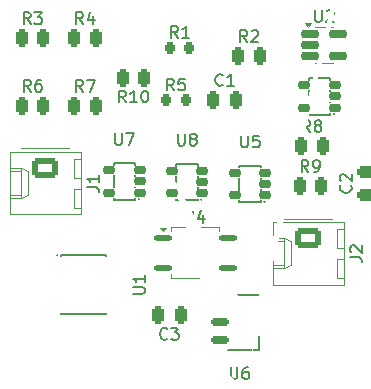
<source format=gbr>
%TF.GenerationSoftware,KiCad,Pcbnew,9.0.1*%
%TF.CreationDate,2025-04-28T22:47:37+02:00*%
%TF.ProjectId,SCS IMD-AMD-indicator,53435320-494d-4442-9d41-4d442d696e64,rev?*%
%TF.SameCoordinates,Original*%
%TF.FileFunction,Legend,Top*%
%TF.FilePolarity,Positive*%
%FSLAX46Y46*%
G04 Gerber Fmt 4.6, Leading zero omitted, Abs format (unit mm)*
G04 Created by KiCad (PCBNEW 9.0.1) date 2025-04-28 22:47:37*
%MOMM*%
%LPD*%
G01*
G04 APERTURE LIST*
G04 Aperture macros list*
%AMRoundRect*
0 Rectangle with rounded corners*
0 $1 Rounding radius*
0 $2 $3 $4 $5 $6 $7 $8 $9 X,Y pos of 4 corners*
0 Add a 4 corners polygon primitive as box body*
4,1,4,$2,$3,$4,$5,$6,$7,$8,$9,$2,$3,0*
0 Add four circle primitives for the rounded corners*
1,1,$1+$1,$2,$3*
1,1,$1+$1,$4,$5*
1,1,$1+$1,$6,$7*
1,1,$1+$1,$8,$9*
0 Add four rect primitives between the rounded corners*
20,1,$1+$1,$2,$3,$4,$5,0*
20,1,$1+$1,$4,$5,$6,$7,0*
20,1,$1+$1,$6,$7,$8,$9,0*
20,1,$1+$1,$8,$9,$2,$3,0*%
%AMFreePoly0*
4,1,123,0.971755,0.948895,1.016180,0.945771,1.060427,0.940564,1.104369,0.933299,1.147930,0.923952,1.190983,0.912598,1.233477,0.899238,1.275286,0.883896,1.316332,0.866599,1.356541,0.847422,1.395784,0.826365,1.434011,0.803480,1.471120,0.778842,1.507036,0.752502,1.541656,0.724511,1.574956,0.694895,1.606807,0.663780,1.637186,0.631191,1.665989,0.597231,1.693167,0.561951,
1.718669,0.525425,1.742418,0.487757,1.764389,0.448997,1.784531,0.409271,1.802769,0.329972,2.700102,0.329972,2.700102,-0.330023,1.802769,-0.330023,1.784531,-0.409373,1.764389,-0.449098,1.742418,-0.487859,1.718669,-0.525527,1.693167,-0.562052,1.665989,-0.597333,1.637186,-0.631293,1.606807,-0.663881,1.574956,-0.694996,1.541656,-0.724613,1.507036,-0.752604,1.471120,-0.778943,
1.434011,-0.803581,1.395784,-0.826467,1.356541,-0.847523,1.316332,-0.866701,1.275286,-0.883998,1.233477,-0.899340,1.190983,-0.912700,1.147930,-0.924054,1.104369,-0.933401,1.060427,-0.940665,1.016180,-0.945872,0.971755,-0.948997,0.927229,-0.950064,-0.926975,-0.950064,-0.971501,-0.948997,-1.015926,-0.945872,-1.060173,-0.940665,-1.104115,-0.933401,-1.147676,-0.924054,-1.190729,-0.912700,
-1.233223,-0.899340,-1.275032,-0.883998,-1.316078,-0.866701,-1.356287,-0.847523,-1.395530,-0.826467,-1.433757,-0.803581,-1.470866,-0.778943,-1.506782,-0.752604,-1.541402,-0.724613,-1.574702,-0.694996,-1.606553,-0.663881,-1.636932,-0.631293,-1.665735,-0.597333,-1.692913,-0.562052,-1.718415,-0.525527,-1.742164,-0.487859,-1.764135,-0.449098,-1.784277,-0.409373,-1.802515,-0.368733,-1.818847,-0.327305,
-1.833198,-0.285141,-1.845568,-0.242342,-1.855906,-0.199009,-1.864211,-0.155271,-1.870460,-0.111151,-1.874625,-0.066802,-1.876708,-0.022327,-1.876708,0.022225,-1.874625,0.066701,-1.870460,0.111049,-1.864211,0.155169,-1.855906,0.198908,-1.845568,0.242240,-1.833198,0.285039,-1.818847,0.327203,-1.802515,0.368631,-1.784277,0.409271,-1.764135,0.448997,-1.742164,0.487757,-1.718415,0.525425,
-1.692913,0.561951,-1.665735,0.597231,-1.636932,0.631191,-1.606553,0.663780,-1.574702,0.694895,-1.541402,0.724511,-1.506782,0.752502,-1.470866,0.778842,-1.433757,0.803480,-1.395530,0.826365,-1.356287,0.847422,-1.316078,0.866599,-1.275032,0.883896,-1.233223,0.899238,-1.190729,0.912598,-1.147676,0.923952,-1.104115,0.933299,-1.060173,0.940564,-1.015926,0.945771,-0.971501,0.948895,
-0.926975,0.950000,0.927229,0.950000,0.971755,0.948895,0.971755,0.948895,$1*%
G04 Aperture macros list end*
%ADD10C,0.150000*%
%ADD11C,0.120000*%
%ADD12RoundRect,0.167500X0.622500X0.167500X-0.622500X0.167500X-0.622500X-0.167500X0.622500X-0.167500X0*%
%ADD13FreePoly0,180.000000*%
%ADD14C,0.500000*%
%ADD15RoundRect,0.269000X0.494000X-0.269000X0.494000X0.269000X-0.494000X0.269000X-0.494000X-0.269000X0*%
%ADD16RoundRect,0.150000X-0.400000X-0.150000X0.400000X-0.150000X0.400000X0.150000X-0.400000X0.150000X0*%
%ADD17RoundRect,0.267317X-0.280683X-0.470683X0.280683X-0.470683X0.280683X0.470683X-0.280683X0.470683X0*%
%ADD18RoundRect,0.269000X-0.269000X-0.494000X0.269000X-0.494000X0.269000X0.494000X-0.269000X0.494000X0*%
%ADD19RoundRect,0.137500X-0.587500X-0.137500X0.587500X-0.137500X0.587500X0.137500X-0.587500X0.137500X0*%
%ADD20RoundRect,0.150000X-0.650000X-0.150000X0.650000X-0.150000X0.650000X0.150000X-0.650000X0.150000X0*%
%ADD21O,1.950000X0.570000*%
%ADD22RoundRect,0.267317X0.280683X0.470683X-0.280683X0.470683X-0.280683X-0.470683X0.280683X-0.470683X0*%
%ADD23RoundRect,0.219000X-0.219000X-0.294000X0.219000X-0.294000X0.219000X0.294000X-0.219000X0.294000X0*%
%ADD24RoundRect,0.250000X-0.845000X0.620000X-0.845000X-0.620000X0.845000X-0.620000X0.845000X0.620000X0*%
%ADD25O,2.190000X1.740000*%
%ADD26RoundRect,0.269000X0.269000X0.494000X-0.269000X0.494000X-0.269000X-0.494000X0.269000X-0.494000X0*%
G04 APERTURE END LIST*
D10*
X42987495Y-50419219D02*
X42987495Y-51228742D01*
X42987495Y-51228742D02*
X43035114Y-51323980D01*
X43035114Y-51323980D02*
X43082733Y-51371600D01*
X43082733Y-51371600D02*
X43177971Y-51419219D01*
X43177971Y-51419219D02*
X43368447Y-51419219D01*
X43368447Y-51419219D02*
X43463685Y-51371600D01*
X43463685Y-51371600D02*
X43511304Y-51323980D01*
X43511304Y-51323980D02*
X43558923Y-51228742D01*
X43558923Y-51228742D02*
X43558923Y-50419219D01*
X44463685Y-50419219D02*
X44273209Y-50419219D01*
X44273209Y-50419219D02*
X44177971Y-50466838D01*
X44177971Y-50466838D02*
X44130352Y-50514457D01*
X44130352Y-50514457D02*
X44035114Y-50657314D01*
X44035114Y-50657314D02*
X43987495Y-50847790D01*
X43987495Y-50847790D02*
X43987495Y-51228742D01*
X43987495Y-51228742D02*
X44035114Y-51323980D01*
X44035114Y-51323980D02*
X44082733Y-51371600D01*
X44082733Y-51371600D02*
X44177971Y-51419219D01*
X44177971Y-51419219D02*
X44368447Y-51419219D01*
X44368447Y-51419219D02*
X44463685Y-51371600D01*
X44463685Y-51371600D02*
X44511304Y-51323980D01*
X44511304Y-51323980D02*
X44558923Y-51228742D01*
X44558923Y-51228742D02*
X44558923Y-50990647D01*
X44558923Y-50990647D02*
X44511304Y-50895409D01*
X44511304Y-50895409D02*
X44463685Y-50847790D01*
X44463685Y-50847790D02*
X44368447Y-50800171D01*
X44368447Y-50800171D02*
X44177971Y-50800171D01*
X44177971Y-50800171D02*
X44082733Y-50847790D01*
X44082733Y-50847790D02*
X44035114Y-50895409D01*
X44035114Y-50895409D02*
X43987495Y-50990647D01*
X53137180Y-35030666D02*
X53184800Y-35078285D01*
X53184800Y-35078285D02*
X53232419Y-35221142D01*
X53232419Y-35221142D02*
X53232419Y-35316380D01*
X53232419Y-35316380D02*
X53184800Y-35459237D01*
X53184800Y-35459237D02*
X53089561Y-35554475D01*
X53089561Y-35554475D02*
X52994323Y-35602094D01*
X52994323Y-35602094D02*
X52803847Y-35649713D01*
X52803847Y-35649713D02*
X52660990Y-35649713D01*
X52660990Y-35649713D02*
X52470514Y-35602094D01*
X52470514Y-35602094D02*
X52375276Y-35554475D01*
X52375276Y-35554475D02*
X52280038Y-35459237D01*
X52280038Y-35459237D02*
X52232419Y-35316380D01*
X52232419Y-35316380D02*
X52232419Y-35221142D01*
X52232419Y-35221142D02*
X52280038Y-35078285D01*
X52280038Y-35078285D02*
X52327657Y-35030666D01*
X52327657Y-34649713D02*
X52280038Y-34602094D01*
X52280038Y-34602094D02*
X52232419Y-34506856D01*
X52232419Y-34506856D02*
X52232419Y-34268761D01*
X52232419Y-34268761D02*
X52280038Y-34173523D01*
X52280038Y-34173523D02*
X52327657Y-34125904D01*
X52327657Y-34125904D02*
X52422895Y-34078285D01*
X52422895Y-34078285D02*
X52518133Y-34078285D01*
X52518133Y-34078285D02*
X52660990Y-34125904D01*
X52660990Y-34125904D02*
X53232419Y-34697332D01*
X53232419Y-34697332D02*
X53232419Y-34078285D01*
X33214095Y-30601219D02*
X33214095Y-31410742D01*
X33214095Y-31410742D02*
X33261714Y-31505980D01*
X33261714Y-31505980D02*
X33309333Y-31553600D01*
X33309333Y-31553600D02*
X33404571Y-31601219D01*
X33404571Y-31601219D02*
X33595047Y-31601219D01*
X33595047Y-31601219D02*
X33690285Y-31553600D01*
X33690285Y-31553600D02*
X33737904Y-31505980D01*
X33737904Y-31505980D02*
X33785523Y-31410742D01*
X33785523Y-31410742D02*
X33785523Y-30601219D01*
X34166476Y-30601219D02*
X34833142Y-30601219D01*
X34833142Y-30601219D02*
X34404571Y-31601219D01*
X26046133Y-21385419D02*
X25712800Y-20909228D01*
X25474705Y-21385419D02*
X25474705Y-20385419D01*
X25474705Y-20385419D02*
X25855657Y-20385419D01*
X25855657Y-20385419D02*
X25950895Y-20433038D01*
X25950895Y-20433038D02*
X25998514Y-20480657D01*
X25998514Y-20480657D02*
X26046133Y-20575895D01*
X26046133Y-20575895D02*
X26046133Y-20718752D01*
X26046133Y-20718752D02*
X25998514Y-20813990D01*
X25998514Y-20813990D02*
X25950895Y-20861609D01*
X25950895Y-20861609D02*
X25855657Y-20909228D01*
X25855657Y-20909228D02*
X25474705Y-20909228D01*
X26379467Y-20385419D02*
X26998514Y-20385419D01*
X26998514Y-20385419D02*
X26665181Y-20766371D01*
X26665181Y-20766371D02*
X26808038Y-20766371D01*
X26808038Y-20766371D02*
X26903276Y-20813990D01*
X26903276Y-20813990D02*
X26950895Y-20861609D01*
X26950895Y-20861609D02*
X26998514Y-20956847D01*
X26998514Y-20956847D02*
X26998514Y-21194942D01*
X26998514Y-21194942D02*
X26950895Y-21290180D01*
X26950895Y-21290180D02*
X26903276Y-21337800D01*
X26903276Y-21337800D02*
X26808038Y-21385419D01*
X26808038Y-21385419D02*
X26522324Y-21385419D01*
X26522324Y-21385419D02*
X26427086Y-21337800D01*
X26427086Y-21337800D02*
X26379467Y-21290180D01*
X44379733Y-22884019D02*
X44046400Y-22407828D01*
X43808305Y-22884019D02*
X43808305Y-21884019D01*
X43808305Y-21884019D02*
X44189257Y-21884019D01*
X44189257Y-21884019D02*
X44284495Y-21931638D01*
X44284495Y-21931638D02*
X44332114Y-21979257D01*
X44332114Y-21979257D02*
X44379733Y-22074495D01*
X44379733Y-22074495D02*
X44379733Y-22217352D01*
X44379733Y-22217352D02*
X44332114Y-22312590D01*
X44332114Y-22312590D02*
X44284495Y-22360209D01*
X44284495Y-22360209D02*
X44189257Y-22407828D01*
X44189257Y-22407828D02*
X43808305Y-22407828D01*
X44760686Y-21979257D02*
X44808305Y-21931638D01*
X44808305Y-21931638D02*
X44903543Y-21884019D01*
X44903543Y-21884019D02*
X45141638Y-21884019D01*
X45141638Y-21884019D02*
X45236876Y-21931638D01*
X45236876Y-21931638D02*
X45284495Y-21979257D01*
X45284495Y-21979257D02*
X45332114Y-22074495D01*
X45332114Y-22074495D02*
X45332114Y-22169733D01*
X45332114Y-22169733D02*
X45284495Y-22312590D01*
X45284495Y-22312590D02*
X44713067Y-22884019D01*
X44713067Y-22884019D02*
X45332114Y-22884019D01*
X42317333Y-26517980D02*
X42269714Y-26565600D01*
X42269714Y-26565600D02*
X42126857Y-26613219D01*
X42126857Y-26613219D02*
X42031619Y-26613219D01*
X42031619Y-26613219D02*
X41888762Y-26565600D01*
X41888762Y-26565600D02*
X41793524Y-26470361D01*
X41793524Y-26470361D02*
X41745905Y-26375123D01*
X41745905Y-26375123D02*
X41698286Y-26184647D01*
X41698286Y-26184647D02*
X41698286Y-26041790D01*
X41698286Y-26041790D02*
X41745905Y-25851314D01*
X41745905Y-25851314D02*
X41793524Y-25756076D01*
X41793524Y-25756076D02*
X41888762Y-25660838D01*
X41888762Y-25660838D02*
X42031619Y-25613219D01*
X42031619Y-25613219D02*
X42126857Y-25613219D01*
X42126857Y-25613219D02*
X42269714Y-25660838D01*
X42269714Y-25660838D02*
X42317333Y-25708457D01*
X43269714Y-26613219D02*
X42698286Y-26613219D01*
X42984000Y-26613219D02*
X42984000Y-25613219D01*
X42984000Y-25613219D02*
X42888762Y-25756076D01*
X42888762Y-25756076D02*
X42793524Y-25851314D01*
X42793524Y-25851314D02*
X42698286Y-25898933D01*
X39210895Y-37196419D02*
X39210895Y-38005942D01*
X39210895Y-38005942D02*
X39258514Y-38101180D01*
X39258514Y-38101180D02*
X39306133Y-38148800D01*
X39306133Y-38148800D02*
X39401371Y-38196419D01*
X39401371Y-38196419D02*
X39591847Y-38196419D01*
X39591847Y-38196419D02*
X39687085Y-38148800D01*
X39687085Y-38148800D02*
X39734704Y-38101180D01*
X39734704Y-38101180D02*
X39782323Y-38005942D01*
X39782323Y-38005942D02*
X39782323Y-37196419D01*
X40687085Y-37529752D02*
X40687085Y-38196419D01*
X40448990Y-37148800D02*
X40210895Y-37863085D01*
X40210895Y-37863085D02*
X40829942Y-37863085D01*
X43870495Y-30819619D02*
X43870495Y-31629142D01*
X43870495Y-31629142D02*
X43918114Y-31724380D01*
X43918114Y-31724380D02*
X43965733Y-31772000D01*
X43965733Y-31772000D02*
X44060971Y-31819619D01*
X44060971Y-31819619D02*
X44251447Y-31819619D01*
X44251447Y-31819619D02*
X44346685Y-31772000D01*
X44346685Y-31772000D02*
X44394304Y-31724380D01*
X44394304Y-31724380D02*
X44441923Y-31629142D01*
X44441923Y-31629142D02*
X44441923Y-30819619D01*
X45394304Y-30819619D02*
X44918114Y-30819619D01*
X44918114Y-30819619D02*
X44870495Y-31295809D01*
X44870495Y-31295809D02*
X44918114Y-31248190D01*
X44918114Y-31248190D02*
X45013352Y-31200571D01*
X45013352Y-31200571D02*
X45251447Y-31200571D01*
X45251447Y-31200571D02*
X45346685Y-31248190D01*
X45346685Y-31248190D02*
X45394304Y-31295809D01*
X45394304Y-31295809D02*
X45441923Y-31391047D01*
X45441923Y-31391047D02*
X45441923Y-31629142D01*
X45441923Y-31629142D02*
X45394304Y-31724380D01*
X45394304Y-31724380D02*
X45346685Y-31772000D01*
X45346685Y-31772000D02*
X45251447Y-31819619D01*
X45251447Y-31819619D02*
X45013352Y-31819619D01*
X45013352Y-31819619D02*
X44918114Y-31772000D01*
X44918114Y-31772000D02*
X44870495Y-31724380D01*
X50129095Y-20207819D02*
X50129095Y-21017342D01*
X50129095Y-21017342D02*
X50176714Y-21112580D01*
X50176714Y-21112580D02*
X50224333Y-21160200D01*
X50224333Y-21160200D02*
X50319571Y-21207819D01*
X50319571Y-21207819D02*
X50510047Y-21207819D01*
X50510047Y-21207819D02*
X50605285Y-21160200D01*
X50605285Y-21160200D02*
X50652904Y-21112580D01*
X50652904Y-21112580D02*
X50700523Y-21017342D01*
X50700523Y-21017342D02*
X50700523Y-20207819D01*
X51129095Y-20303057D02*
X51176714Y-20255438D01*
X51176714Y-20255438D02*
X51271952Y-20207819D01*
X51271952Y-20207819D02*
X51510047Y-20207819D01*
X51510047Y-20207819D02*
X51605285Y-20255438D01*
X51605285Y-20255438D02*
X51652904Y-20303057D01*
X51652904Y-20303057D02*
X51700523Y-20398295D01*
X51700523Y-20398295D02*
X51700523Y-20493533D01*
X51700523Y-20493533D02*
X51652904Y-20636390D01*
X51652904Y-20636390D02*
X51081476Y-21207819D01*
X51081476Y-21207819D02*
X51700523Y-21207819D01*
X34713219Y-44216304D02*
X35522742Y-44216304D01*
X35522742Y-44216304D02*
X35617980Y-44168685D01*
X35617980Y-44168685D02*
X35665600Y-44121066D01*
X35665600Y-44121066D02*
X35713219Y-44025828D01*
X35713219Y-44025828D02*
X35713219Y-43835352D01*
X35713219Y-43835352D02*
X35665600Y-43740114D01*
X35665600Y-43740114D02*
X35617980Y-43692495D01*
X35617980Y-43692495D02*
X35522742Y-43644876D01*
X35522742Y-43644876D02*
X34713219Y-43644876D01*
X35713219Y-42644876D02*
X35713219Y-43216304D01*
X35713219Y-42930590D02*
X34713219Y-42930590D01*
X34713219Y-42930590D02*
X34856076Y-43025828D01*
X34856076Y-43025828D02*
X34951314Y-43121066D01*
X34951314Y-43121066D02*
X34998933Y-43216304D01*
X38527295Y-30667219D02*
X38527295Y-31476742D01*
X38527295Y-31476742D02*
X38574914Y-31571980D01*
X38574914Y-31571980D02*
X38622533Y-31619600D01*
X38622533Y-31619600D02*
X38717771Y-31667219D01*
X38717771Y-31667219D02*
X38908247Y-31667219D01*
X38908247Y-31667219D02*
X39003485Y-31619600D01*
X39003485Y-31619600D02*
X39051104Y-31571980D01*
X39051104Y-31571980D02*
X39098723Y-31476742D01*
X39098723Y-31476742D02*
X39098723Y-30667219D01*
X39717771Y-31095790D02*
X39622533Y-31048171D01*
X39622533Y-31048171D02*
X39574914Y-31000552D01*
X39574914Y-31000552D02*
X39527295Y-30905314D01*
X39527295Y-30905314D02*
X39527295Y-30857695D01*
X39527295Y-30857695D02*
X39574914Y-30762457D01*
X39574914Y-30762457D02*
X39622533Y-30714838D01*
X39622533Y-30714838D02*
X39717771Y-30667219D01*
X39717771Y-30667219D02*
X39908247Y-30667219D01*
X39908247Y-30667219D02*
X40003485Y-30714838D01*
X40003485Y-30714838D02*
X40051104Y-30762457D01*
X40051104Y-30762457D02*
X40098723Y-30857695D01*
X40098723Y-30857695D02*
X40098723Y-30905314D01*
X40098723Y-30905314D02*
X40051104Y-31000552D01*
X40051104Y-31000552D02*
X40003485Y-31048171D01*
X40003485Y-31048171D02*
X39908247Y-31095790D01*
X39908247Y-31095790D02*
X39717771Y-31095790D01*
X39717771Y-31095790D02*
X39622533Y-31143409D01*
X39622533Y-31143409D02*
X39574914Y-31191028D01*
X39574914Y-31191028D02*
X39527295Y-31286266D01*
X39527295Y-31286266D02*
X39527295Y-31476742D01*
X39527295Y-31476742D02*
X39574914Y-31571980D01*
X39574914Y-31571980D02*
X39622533Y-31619600D01*
X39622533Y-31619600D02*
X39717771Y-31667219D01*
X39717771Y-31667219D02*
X39908247Y-31667219D01*
X39908247Y-31667219D02*
X40003485Y-31619600D01*
X40003485Y-31619600D02*
X40051104Y-31571980D01*
X40051104Y-31571980D02*
X40098723Y-31476742D01*
X40098723Y-31476742D02*
X40098723Y-31286266D01*
X40098723Y-31286266D02*
X40051104Y-31191028D01*
X40051104Y-31191028D02*
X40003485Y-31143409D01*
X40003485Y-31143409D02*
X39908247Y-31095790D01*
X34099942Y-28012819D02*
X33766609Y-27536628D01*
X33528514Y-28012819D02*
X33528514Y-27012819D01*
X33528514Y-27012819D02*
X33909466Y-27012819D01*
X33909466Y-27012819D02*
X34004704Y-27060438D01*
X34004704Y-27060438D02*
X34052323Y-27108057D01*
X34052323Y-27108057D02*
X34099942Y-27203295D01*
X34099942Y-27203295D02*
X34099942Y-27346152D01*
X34099942Y-27346152D02*
X34052323Y-27441390D01*
X34052323Y-27441390D02*
X34004704Y-27489009D01*
X34004704Y-27489009D02*
X33909466Y-27536628D01*
X33909466Y-27536628D02*
X33528514Y-27536628D01*
X35052323Y-28012819D02*
X34480895Y-28012819D01*
X34766609Y-28012819D02*
X34766609Y-27012819D01*
X34766609Y-27012819D02*
X34671371Y-27155676D01*
X34671371Y-27155676D02*
X34576133Y-27250914D01*
X34576133Y-27250914D02*
X34480895Y-27298533D01*
X35671371Y-27012819D02*
X35766609Y-27012819D01*
X35766609Y-27012819D02*
X35861847Y-27060438D01*
X35861847Y-27060438D02*
X35909466Y-27108057D01*
X35909466Y-27108057D02*
X35957085Y-27203295D01*
X35957085Y-27203295D02*
X36004704Y-27393771D01*
X36004704Y-27393771D02*
X36004704Y-27631866D01*
X36004704Y-27631866D02*
X35957085Y-27822342D01*
X35957085Y-27822342D02*
X35909466Y-27917580D01*
X35909466Y-27917580D02*
X35861847Y-27965200D01*
X35861847Y-27965200D02*
X35766609Y-28012819D01*
X35766609Y-28012819D02*
X35671371Y-28012819D01*
X35671371Y-28012819D02*
X35576133Y-27965200D01*
X35576133Y-27965200D02*
X35528514Y-27917580D01*
X35528514Y-27917580D02*
X35480895Y-27822342D01*
X35480895Y-27822342D02*
X35433276Y-27631866D01*
X35433276Y-27631866D02*
X35433276Y-27393771D01*
X35433276Y-27393771D02*
X35480895Y-27203295D01*
X35480895Y-27203295D02*
X35528514Y-27108057D01*
X35528514Y-27108057D02*
X35576133Y-27060438D01*
X35576133Y-27060438D02*
X35671371Y-27012819D01*
X30491133Y-27100419D02*
X30157800Y-26624228D01*
X29919705Y-27100419D02*
X29919705Y-26100419D01*
X29919705Y-26100419D02*
X30300657Y-26100419D01*
X30300657Y-26100419D02*
X30395895Y-26148038D01*
X30395895Y-26148038D02*
X30443514Y-26195657D01*
X30443514Y-26195657D02*
X30491133Y-26290895D01*
X30491133Y-26290895D02*
X30491133Y-26433752D01*
X30491133Y-26433752D02*
X30443514Y-26528990D01*
X30443514Y-26528990D02*
X30395895Y-26576609D01*
X30395895Y-26576609D02*
X30300657Y-26624228D01*
X30300657Y-26624228D02*
X29919705Y-26624228D01*
X30824467Y-26100419D02*
X31491133Y-26100419D01*
X31491133Y-26100419D02*
X31062562Y-27100419D01*
X49723333Y-30504019D02*
X49390000Y-30027828D01*
X49151905Y-30504019D02*
X49151905Y-29504019D01*
X49151905Y-29504019D02*
X49532857Y-29504019D01*
X49532857Y-29504019D02*
X49628095Y-29551638D01*
X49628095Y-29551638D02*
X49675714Y-29599257D01*
X49675714Y-29599257D02*
X49723333Y-29694495D01*
X49723333Y-29694495D02*
X49723333Y-29837352D01*
X49723333Y-29837352D02*
X49675714Y-29932590D01*
X49675714Y-29932590D02*
X49628095Y-29980209D01*
X49628095Y-29980209D02*
X49532857Y-30027828D01*
X49532857Y-30027828D02*
X49151905Y-30027828D01*
X50294762Y-29932590D02*
X50199524Y-29884971D01*
X50199524Y-29884971D02*
X50151905Y-29837352D01*
X50151905Y-29837352D02*
X50104286Y-29742114D01*
X50104286Y-29742114D02*
X50104286Y-29694495D01*
X50104286Y-29694495D02*
X50151905Y-29599257D01*
X50151905Y-29599257D02*
X50199524Y-29551638D01*
X50199524Y-29551638D02*
X50294762Y-29504019D01*
X50294762Y-29504019D02*
X50485238Y-29504019D01*
X50485238Y-29504019D02*
X50580476Y-29551638D01*
X50580476Y-29551638D02*
X50628095Y-29599257D01*
X50628095Y-29599257D02*
X50675714Y-29694495D01*
X50675714Y-29694495D02*
X50675714Y-29742114D01*
X50675714Y-29742114D02*
X50628095Y-29837352D01*
X50628095Y-29837352D02*
X50580476Y-29884971D01*
X50580476Y-29884971D02*
X50485238Y-29932590D01*
X50485238Y-29932590D02*
X50294762Y-29932590D01*
X50294762Y-29932590D02*
X50199524Y-29980209D01*
X50199524Y-29980209D02*
X50151905Y-30027828D01*
X50151905Y-30027828D02*
X50104286Y-30123066D01*
X50104286Y-30123066D02*
X50104286Y-30313542D01*
X50104286Y-30313542D02*
X50151905Y-30408780D01*
X50151905Y-30408780D02*
X50199524Y-30456400D01*
X50199524Y-30456400D02*
X50294762Y-30504019D01*
X50294762Y-30504019D02*
X50485238Y-30504019D01*
X50485238Y-30504019D02*
X50580476Y-30456400D01*
X50580476Y-30456400D02*
X50628095Y-30408780D01*
X50628095Y-30408780D02*
X50675714Y-30313542D01*
X50675714Y-30313542D02*
X50675714Y-30123066D01*
X50675714Y-30123066D02*
X50628095Y-30027828D01*
X50628095Y-30027828D02*
X50580476Y-29980209D01*
X50580476Y-29980209D02*
X50485238Y-29932590D01*
X38187333Y-26993219D02*
X37854000Y-26517028D01*
X37615905Y-26993219D02*
X37615905Y-25993219D01*
X37615905Y-25993219D02*
X37996857Y-25993219D01*
X37996857Y-25993219D02*
X38092095Y-26040838D01*
X38092095Y-26040838D02*
X38139714Y-26088457D01*
X38139714Y-26088457D02*
X38187333Y-26183695D01*
X38187333Y-26183695D02*
X38187333Y-26326552D01*
X38187333Y-26326552D02*
X38139714Y-26421790D01*
X38139714Y-26421790D02*
X38092095Y-26469409D01*
X38092095Y-26469409D02*
X37996857Y-26517028D01*
X37996857Y-26517028D02*
X37615905Y-26517028D01*
X39092095Y-25993219D02*
X38615905Y-25993219D01*
X38615905Y-25993219D02*
X38568286Y-26469409D01*
X38568286Y-26469409D02*
X38615905Y-26421790D01*
X38615905Y-26421790D02*
X38711143Y-26374171D01*
X38711143Y-26374171D02*
X38949238Y-26374171D01*
X38949238Y-26374171D02*
X39044476Y-26421790D01*
X39044476Y-26421790D02*
X39092095Y-26469409D01*
X39092095Y-26469409D02*
X39139714Y-26564647D01*
X39139714Y-26564647D02*
X39139714Y-26802742D01*
X39139714Y-26802742D02*
X39092095Y-26897980D01*
X39092095Y-26897980D02*
X39044476Y-26945600D01*
X39044476Y-26945600D02*
X38949238Y-26993219D01*
X38949238Y-26993219D02*
X38711143Y-26993219D01*
X38711143Y-26993219D02*
X38615905Y-26945600D01*
X38615905Y-26945600D02*
X38568286Y-26897980D01*
X30834419Y-35177133D02*
X31548704Y-35177133D01*
X31548704Y-35177133D02*
X31691561Y-35224752D01*
X31691561Y-35224752D02*
X31786800Y-35319990D01*
X31786800Y-35319990D02*
X31834419Y-35462847D01*
X31834419Y-35462847D02*
X31834419Y-35558085D01*
X31834419Y-34177133D02*
X31834419Y-34748561D01*
X31834419Y-34462847D02*
X30834419Y-34462847D01*
X30834419Y-34462847D02*
X30977276Y-34558085D01*
X30977276Y-34558085D02*
X31072514Y-34653323D01*
X31072514Y-34653323D02*
X31120133Y-34748561D01*
X26046133Y-27100419D02*
X25712800Y-26624228D01*
X25474705Y-27100419D02*
X25474705Y-26100419D01*
X25474705Y-26100419D02*
X25855657Y-26100419D01*
X25855657Y-26100419D02*
X25950895Y-26148038D01*
X25950895Y-26148038D02*
X25998514Y-26195657D01*
X25998514Y-26195657D02*
X26046133Y-26290895D01*
X26046133Y-26290895D02*
X26046133Y-26433752D01*
X26046133Y-26433752D02*
X25998514Y-26528990D01*
X25998514Y-26528990D02*
X25950895Y-26576609D01*
X25950895Y-26576609D02*
X25855657Y-26624228D01*
X25855657Y-26624228D02*
X25474705Y-26624228D01*
X26903276Y-26100419D02*
X26712800Y-26100419D01*
X26712800Y-26100419D02*
X26617562Y-26148038D01*
X26617562Y-26148038D02*
X26569943Y-26195657D01*
X26569943Y-26195657D02*
X26474705Y-26338514D01*
X26474705Y-26338514D02*
X26427086Y-26528990D01*
X26427086Y-26528990D02*
X26427086Y-26909942D01*
X26427086Y-26909942D02*
X26474705Y-27005180D01*
X26474705Y-27005180D02*
X26522324Y-27052800D01*
X26522324Y-27052800D02*
X26617562Y-27100419D01*
X26617562Y-27100419D02*
X26808038Y-27100419D01*
X26808038Y-27100419D02*
X26903276Y-27052800D01*
X26903276Y-27052800D02*
X26950895Y-27005180D01*
X26950895Y-27005180D02*
X26998514Y-26909942D01*
X26998514Y-26909942D02*
X26998514Y-26671847D01*
X26998514Y-26671847D02*
X26950895Y-26576609D01*
X26950895Y-26576609D02*
X26903276Y-26528990D01*
X26903276Y-26528990D02*
X26808038Y-26481371D01*
X26808038Y-26481371D02*
X26617562Y-26481371D01*
X26617562Y-26481371D02*
X26522324Y-26528990D01*
X26522324Y-26528990D02*
X26474705Y-26576609D01*
X26474705Y-26576609D02*
X26427086Y-26671847D01*
X30491133Y-21385419D02*
X30157800Y-20909228D01*
X29919705Y-21385419D02*
X29919705Y-20385419D01*
X29919705Y-20385419D02*
X30300657Y-20385419D01*
X30300657Y-20385419D02*
X30395895Y-20433038D01*
X30395895Y-20433038D02*
X30443514Y-20480657D01*
X30443514Y-20480657D02*
X30491133Y-20575895D01*
X30491133Y-20575895D02*
X30491133Y-20718752D01*
X30491133Y-20718752D02*
X30443514Y-20813990D01*
X30443514Y-20813990D02*
X30395895Y-20861609D01*
X30395895Y-20861609D02*
X30300657Y-20909228D01*
X30300657Y-20909228D02*
X29919705Y-20909228D01*
X31348276Y-20718752D02*
X31348276Y-21385419D01*
X31110181Y-20337800D02*
X30872086Y-21052085D01*
X30872086Y-21052085D02*
X31491133Y-21052085D01*
X37628533Y-48013580D02*
X37580914Y-48061200D01*
X37580914Y-48061200D02*
X37438057Y-48108819D01*
X37438057Y-48108819D02*
X37342819Y-48108819D01*
X37342819Y-48108819D02*
X37199962Y-48061200D01*
X37199962Y-48061200D02*
X37104724Y-47965961D01*
X37104724Y-47965961D02*
X37057105Y-47870723D01*
X37057105Y-47870723D02*
X37009486Y-47680247D01*
X37009486Y-47680247D02*
X37009486Y-47537390D01*
X37009486Y-47537390D02*
X37057105Y-47346914D01*
X37057105Y-47346914D02*
X37104724Y-47251676D01*
X37104724Y-47251676D02*
X37199962Y-47156438D01*
X37199962Y-47156438D02*
X37342819Y-47108819D01*
X37342819Y-47108819D02*
X37438057Y-47108819D01*
X37438057Y-47108819D02*
X37580914Y-47156438D01*
X37580914Y-47156438D02*
X37628533Y-47204057D01*
X37961867Y-47108819D02*
X38580914Y-47108819D01*
X38580914Y-47108819D02*
X38247581Y-47489771D01*
X38247581Y-47489771D02*
X38390438Y-47489771D01*
X38390438Y-47489771D02*
X38485676Y-47537390D01*
X38485676Y-47537390D02*
X38533295Y-47585009D01*
X38533295Y-47585009D02*
X38580914Y-47680247D01*
X38580914Y-47680247D02*
X38580914Y-47918342D01*
X38580914Y-47918342D02*
X38533295Y-48013580D01*
X38533295Y-48013580D02*
X38485676Y-48061200D01*
X38485676Y-48061200D02*
X38390438Y-48108819D01*
X38390438Y-48108819D02*
X38104724Y-48108819D01*
X38104724Y-48108819D02*
X38009486Y-48061200D01*
X38009486Y-48061200D02*
X37961867Y-48013580D01*
X49570933Y-33907619D02*
X49237600Y-33431428D01*
X48999505Y-33907619D02*
X48999505Y-32907619D01*
X48999505Y-32907619D02*
X49380457Y-32907619D01*
X49380457Y-32907619D02*
X49475695Y-32955238D01*
X49475695Y-32955238D02*
X49523314Y-33002857D01*
X49523314Y-33002857D02*
X49570933Y-33098095D01*
X49570933Y-33098095D02*
X49570933Y-33240952D01*
X49570933Y-33240952D02*
X49523314Y-33336190D01*
X49523314Y-33336190D02*
X49475695Y-33383809D01*
X49475695Y-33383809D02*
X49380457Y-33431428D01*
X49380457Y-33431428D02*
X48999505Y-33431428D01*
X50047124Y-33907619D02*
X50237600Y-33907619D01*
X50237600Y-33907619D02*
X50332838Y-33860000D01*
X50332838Y-33860000D02*
X50380457Y-33812380D01*
X50380457Y-33812380D02*
X50475695Y-33669523D01*
X50475695Y-33669523D02*
X50523314Y-33479047D01*
X50523314Y-33479047D02*
X50523314Y-33098095D01*
X50523314Y-33098095D02*
X50475695Y-33002857D01*
X50475695Y-33002857D02*
X50428076Y-32955238D01*
X50428076Y-32955238D02*
X50332838Y-32907619D01*
X50332838Y-32907619D02*
X50142362Y-32907619D01*
X50142362Y-32907619D02*
X50047124Y-32955238D01*
X50047124Y-32955238D02*
X49999505Y-33002857D01*
X49999505Y-33002857D02*
X49951886Y-33098095D01*
X49951886Y-33098095D02*
X49951886Y-33336190D01*
X49951886Y-33336190D02*
X49999505Y-33431428D01*
X49999505Y-33431428D02*
X50047124Y-33479047D01*
X50047124Y-33479047D02*
X50142362Y-33526666D01*
X50142362Y-33526666D02*
X50332838Y-33526666D01*
X50332838Y-33526666D02*
X50428076Y-33479047D01*
X50428076Y-33479047D02*
X50475695Y-33431428D01*
X50475695Y-33431428D02*
X50523314Y-33336190D01*
X38512333Y-22548219D02*
X38179000Y-22072028D01*
X37940905Y-22548219D02*
X37940905Y-21548219D01*
X37940905Y-21548219D02*
X38321857Y-21548219D01*
X38321857Y-21548219D02*
X38417095Y-21595838D01*
X38417095Y-21595838D02*
X38464714Y-21643457D01*
X38464714Y-21643457D02*
X38512333Y-21738695D01*
X38512333Y-21738695D02*
X38512333Y-21881552D01*
X38512333Y-21881552D02*
X38464714Y-21976790D01*
X38464714Y-21976790D02*
X38417095Y-22024409D01*
X38417095Y-22024409D02*
X38321857Y-22072028D01*
X38321857Y-22072028D02*
X37940905Y-22072028D01*
X39464714Y-22548219D02*
X38893286Y-22548219D01*
X39179000Y-22548219D02*
X39179000Y-21548219D01*
X39179000Y-21548219D02*
X39083762Y-21691076D01*
X39083762Y-21691076D02*
X38988524Y-21786314D01*
X38988524Y-21786314D02*
X38893286Y-21833933D01*
X53104819Y-41125733D02*
X53819104Y-41125733D01*
X53819104Y-41125733D02*
X53961961Y-41173352D01*
X53961961Y-41173352D02*
X54057200Y-41268590D01*
X54057200Y-41268590D02*
X54104819Y-41411447D01*
X54104819Y-41411447D02*
X54104819Y-41506685D01*
X53200057Y-40697161D02*
X53152438Y-40649542D01*
X53152438Y-40649542D02*
X53104819Y-40554304D01*
X53104819Y-40554304D02*
X53104819Y-40316209D01*
X53104819Y-40316209D02*
X53152438Y-40220971D01*
X53152438Y-40220971D02*
X53200057Y-40173352D01*
X53200057Y-40173352D02*
X53295295Y-40125733D01*
X53295295Y-40125733D02*
X53390533Y-40125733D01*
X53390533Y-40125733D02*
X53533390Y-40173352D01*
X53533390Y-40173352D02*
X54104819Y-40744780D01*
X54104819Y-40744780D02*
X54104819Y-40125733D01*
%TO.C,U6*%
X42749400Y-44304400D02*
X45399400Y-44304400D01*
X42749400Y-48964400D02*
X45399400Y-48964400D01*
X45399400Y-44304400D02*
X45399400Y-45454400D01*
X45399400Y-48964400D02*
X45399400Y-47814400D01*
X42479400Y-44634400D02*
G75*
G02*
X42419400Y-44634400I-30000J0D01*
G01*
X42419400Y-44634400D02*
G75*
G02*
X42479400Y-44634400I30000J0D01*
G01*
%TO.C,U7*%
X33076000Y-33146400D02*
X33076000Y-33296400D01*
X33076000Y-33146400D02*
X34876000Y-33146400D01*
X33076000Y-34196400D02*
X33076000Y-35196400D01*
X33076000Y-36096400D02*
X33076000Y-36246400D01*
X33076000Y-36246400D02*
X34876000Y-36246400D01*
X34876000Y-33146400D02*
X34876000Y-33296400D01*
X34876000Y-34196400D02*
X34876000Y-34246400D01*
X34876000Y-35146400D02*
X34876000Y-35196400D01*
X34876000Y-36096400D02*
X34876000Y-36246400D01*
X35226000Y-36196400D02*
G75*
G02*
X35166000Y-36196400I-30000J0D01*
G01*
X35166000Y-36196400D02*
G75*
G02*
X35226000Y-36196400I30000J0D01*
G01*
%TO.C,U3*%
X49616000Y-25948000D02*
X49616000Y-26098000D01*
X49616000Y-25948000D02*
X51416000Y-25948000D01*
X49616000Y-26998000D02*
X49616000Y-27998000D01*
X49616000Y-28898000D02*
X49616000Y-29048000D01*
X49616000Y-29048000D02*
X51416000Y-29048000D01*
X51416000Y-25948000D02*
X51416000Y-26098000D01*
X51416000Y-26998000D02*
X51416000Y-27048000D01*
X51416000Y-27948000D02*
X51416000Y-27998000D01*
X51416000Y-28898000D02*
X51416000Y-29048000D01*
X51766000Y-28998000D02*
G75*
G02*
X51706000Y-28998000I-30000J0D01*
G01*
X51706000Y-28998000D02*
G75*
G02*
X51766000Y-28998000I30000J0D01*
G01*
D11*
%TO.C,U4*%
X37962800Y-38581600D02*
X37962800Y-38936600D01*
X37962800Y-42901600D02*
X37962800Y-42546600D01*
X39972800Y-38581600D02*
X37962800Y-38581600D01*
X39972800Y-38581600D02*
X41982800Y-38581600D01*
X39972800Y-42901600D02*
X37962800Y-42901600D01*
X39972800Y-42901600D02*
X41982800Y-42901600D01*
X41982800Y-38581600D02*
X41982800Y-38936600D01*
X41982800Y-42901600D02*
X41982800Y-42546600D01*
X37285300Y-38936600D02*
X37045300Y-38606600D01*
X37525300Y-38606600D01*
X37285300Y-38936600D01*
G36*
X37285300Y-38936600D02*
G01*
X37045300Y-38606600D01*
X37525300Y-38606600D01*
X37285300Y-38936600D01*
G37*
D10*
%TO.C,U5*%
X43732400Y-33364800D02*
X43732400Y-33514800D01*
X43732400Y-33364800D02*
X45532400Y-33364800D01*
X43732400Y-34414800D02*
X43732400Y-35414800D01*
X43732400Y-36314800D02*
X43732400Y-36464800D01*
X43732400Y-36464800D02*
X45532400Y-36464800D01*
X45532400Y-33364800D02*
X45532400Y-33514800D01*
X45532400Y-34414800D02*
X45532400Y-34464800D01*
X45532400Y-35364800D02*
X45532400Y-35414800D01*
X45532400Y-36314800D02*
X45532400Y-36464800D01*
X45882400Y-36414800D02*
G75*
G02*
X45822400Y-36414800I-30000J0D01*
G01*
X45822400Y-36414800D02*
G75*
G02*
X45882400Y-36414800I30000J0D01*
G01*
D11*
%TO.C,U2*%
X50891000Y-21593000D02*
X50116000Y-21593000D01*
X50891000Y-21593000D02*
X51666000Y-21593000D01*
X50891000Y-24713000D02*
X50116000Y-24713000D01*
X50891000Y-24713000D02*
X51666000Y-24713000D01*
X49528500Y-21643000D02*
X49288500Y-21313000D01*
X49768500Y-21313000D01*
X49528500Y-21643000D01*
G36*
X49528500Y-21643000D02*
G01*
X49288500Y-21313000D01*
X49768500Y-21313000D01*
X49528500Y-21643000D01*
G37*
D10*
%TO.C,U1*%
X28638400Y-40954400D02*
X28638400Y-41044400D01*
X28638400Y-40954400D02*
X32458400Y-40954400D01*
X28638400Y-45954400D02*
X28638400Y-45864400D01*
X32458400Y-40954400D02*
X32458400Y-41044400D01*
X32458400Y-45954400D02*
X28638400Y-45954400D01*
X32458400Y-45954400D02*
X32458400Y-45864400D01*
X28328400Y-40954400D02*
G75*
G02*
X28268400Y-40954400I-30000J0D01*
G01*
X28268400Y-40954400D02*
G75*
G02*
X28328400Y-40954400I30000J0D01*
G01*
%TO.C,U8*%
X38389200Y-33212400D02*
X38389200Y-33362400D01*
X38389200Y-33212400D02*
X40189200Y-33212400D01*
X38389200Y-34262400D02*
X38389200Y-35262400D01*
X38389200Y-36162400D02*
X38389200Y-36312400D01*
X38389200Y-36312400D02*
X40189200Y-36312400D01*
X40189200Y-33212400D02*
X40189200Y-33362400D01*
X40189200Y-34262400D02*
X40189200Y-34312400D01*
X40189200Y-35212400D02*
X40189200Y-35262400D01*
X40189200Y-36162400D02*
X40189200Y-36312400D01*
X40539200Y-36262400D02*
G75*
G02*
X40479200Y-36262400I-30000J0D01*
G01*
X40479200Y-36262400D02*
G75*
G02*
X40539200Y-36262400I30000J0D01*
G01*
D11*
%TO.C,J1*%
X24269600Y-32193800D02*
X24269600Y-37493800D01*
X24269600Y-33573800D02*
X25269600Y-33573800D01*
X24269600Y-33823800D02*
X25269600Y-33823800D01*
X24269600Y-35863800D02*
X25269600Y-35863800D01*
X24269600Y-37493800D02*
X30289600Y-37493800D01*
X25269600Y-33573800D02*
X25269600Y-36113800D01*
X25269600Y-33573800D02*
X25799600Y-33823800D01*
X25269600Y-36113800D02*
X24269600Y-36113800D01*
X25799600Y-33823800D02*
X25799600Y-35863800D01*
X25799600Y-35863800D02*
X25269600Y-36113800D01*
X29259600Y-31903800D02*
X25259600Y-31903800D01*
X29689600Y-32773800D02*
X29689600Y-34373800D01*
X29689600Y-34373800D02*
X30289600Y-34373800D01*
X29689600Y-35313800D02*
X29689600Y-36913800D01*
X29689600Y-36913800D02*
X30289600Y-36913800D01*
X30289600Y-32193800D02*
X24269600Y-32193800D01*
X30289600Y-32773800D02*
X29689600Y-32773800D01*
X30289600Y-35313800D02*
X29689600Y-35313800D01*
X30289600Y-37493800D02*
X30289600Y-32193800D01*
%TO.C,J2*%
X46540000Y-38142400D02*
X46540000Y-43442400D01*
X46540000Y-39522400D02*
X47540000Y-39522400D01*
X46540000Y-39772400D02*
X47540000Y-39772400D01*
X46540000Y-41812400D02*
X47540000Y-41812400D01*
X46540000Y-43442400D02*
X52560000Y-43442400D01*
X47540000Y-39522400D02*
X47540000Y-42062400D01*
X47540000Y-39522400D02*
X48070000Y-39772400D01*
X47540000Y-42062400D02*
X46540000Y-42062400D01*
X48070000Y-39772400D02*
X48070000Y-41812400D01*
X48070000Y-41812400D02*
X47540000Y-42062400D01*
X51530000Y-37852400D02*
X47530000Y-37852400D01*
X51960000Y-38722400D02*
X51960000Y-40322400D01*
X51960000Y-40322400D02*
X52560000Y-40322400D01*
X51960000Y-41262400D02*
X51960000Y-42862400D01*
X51960000Y-42862400D02*
X52560000Y-42862400D01*
X52560000Y-38142400D02*
X46540000Y-38142400D01*
X52560000Y-38722400D02*
X51960000Y-38722400D01*
X52560000Y-41262400D02*
X51960000Y-41262400D01*
X52560000Y-43442400D02*
X52560000Y-38142400D01*
%TD*%
%LPC*%
D12*
%TO.C,U6*%
X42089400Y-45134400D03*
D13*
X44809400Y-46634400D03*
D14*
X44449400Y-46634400D03*
X43449400Y-46634400D03*
D12*
X42089400Y-46634400D03*
X42089400Y-48134400D03*
%TD*%
D15*
%TO.C,C2*%
X54457600Y-35814000D03*
X54457600Y-33914000D03*
%TD*%
D16*
%TO.C,U7*%
X35276000Y-35646400D03*
X35276000Y-34696400D03*
X35276000Y-33746400D03*
X32676000Y-33746400D03*
X32676000Y-35646400D03*
%TD*%
%TO.C,U3*%
X51816000Y-28448000D03*
X51816000Y-27498000D03*
X51816000Y-26548000D03*
X49216000Y-26548000D03*
X49216000Y-28448000D03*
%TD*%
D17*
%TO.C,R3*%
X25302800Y-22580600D03*
X27122800Y-22580600D03*
%TD*%
%TO.C,R2*%
X43636400Y-24079200D03*
X45456400Y-24079200D03*
%TD*%
D18*
%TO.C,C1*%
X41534000Y-27838400D03*
X43434000Y-27838400D03*
%TD*%
D19*
%TO.C,U4*%
X37222800Y-39471600D03*
X37222800Y-42011600D03*
X42722800Y-42011600D03*
X42722800Y-39471600D03*
%TD*%
D16*
%TO.C,U5*%
X45932400Y-35864800D03*
X45932400Y-34914800D03*
X45932400Y-33964800D03*
X43332400Y-33964800D03*
X43332400Y-35864800D03*
%TD*%
D20*
%TO.C,U2*%
X49741000Y-22203000D03*
X49741000Y-23153000D03*
X49741000Y-24103000D03*
X52041000Y-24103000D03*
X52041000Y-22203000D03*
%TD*%
D21*
%TO.C,U1*%
X27838400Y-41544400D03*
X27838400Y-42814400D03*
X27838400Y-44094400D03*
X27838400Y-45364400D03*
X33258400Y-45364400D03*
X33258400Y-44094400D03*
X33258400Y-42814400D03*
X33258400Y-41544400D03*
%TD*%
D16*
%TO.C,U8*%
X40589200Y-35712400D03*
X40589200Y-34762400D03*
X40589200Y-33812400D03*
X37989200Y-33812400D03*
X37989200Y-35712400D03*
%TD*%
D22*
%TO.C,R10*%
X35652800Y-25908000D03*
X33832800Y-25908000D03*
%TD*%
D17*
%TO.C,R7*%
X29747800Y-28295600D03*
X31567800Y-28295600D03*
%TD*%
%TO.C,R8*%
X48980000Y-31699200D03*
X50800000Y-31699200D03*
%TD*%
D23*
%TO.C,R5*%
X37534000Y-27838400D03*
X39174000Y-27838400D03*
%TD*%
D24*
%TO.C,J1*%
X27259600Y-33573800D03*
D25*
X27259600Y-36113800D03*
%TD*%
D17*
%TO.C,R6*%
X25302800Y-28295600D03*
X27122800Y-28295600D03*
%TD*%
%TO.C,R4*%
X29747800Y-22580600D03*
X31567800Y-22580600D03*
%TD*%
D26*
%TO.C,C3*%
X38745200Y-45974000D03*
X36845200Y-45974000D03*
%TD*%
D17*
%TO.C,R9*%
X48827600Y-35102800D03*
X50647600Y-35102800D03*
%TD*%
D23*
%TO.C,R1*%
X37859000Y-23393400D03*
X39499000Y-23393400D03*
%TD*%
D24*
%TO.C,J2*%
X49530000Y-39522400D03*
D25*
X49530000Y-42062400D03*
%TD*%
%LPD*%
M02*

</source>
